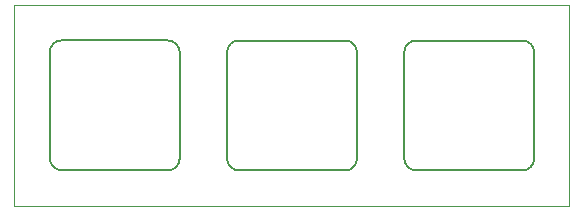
<source format=gko>
G04 Layer: BoardOutlineLayer*
G04 EasyEDA v6.5.39, 2024-01-10 14:02:24*
G04 e6309a9ae6df4a64a2b4a1025b6fbdcd,24315905b9734375b2ccc5c6aeea7757,10*
G04 Gerber Generator version 0.2*
G04 Scale: 100 percent, Rotated: No, Reflected: No *
G04 Dimensions in millimeters *
G04 leading zeros omitted , absolute positions ,4 integer and 5 decimal *
%FSLAX45Y45*%
%MOMM*%

%ADD10C,0.0508*%
%ADD11C,0.1270*%
D10*
X0Y0D02*
G01*
X0Y1700021D01*
X4700015Y1700021D01*
X4700015Y0D01*
X0Y0D01*
D11*
X3302241Y397903D02*
G01*
X3302241Y1297899D01*
X4302231Y297903D02*
G01*
X3402241Y297903D01*
X4402231Y1297899D02*
G01*
X4402231Y397903D01*
X3402241Y1397899D02*
G01*
X4302231Y1397899D01*
X1802241Y397903D02*
G01*
X1802241Y1297899D01*
X2802242Y297903D02*
G01*
X1902241Y297903D01*
X2902242Y1297899D02*
G01*
X2902242Y397903D01*
X1902241Y1397899D02*
G01*
X2802242Y1397899D01*
X301122Y398952D02*
G01*
X301122Y1298945D01*
X1301117Y298952D02*
G01*
X401121Y298952D01*
X1401117Y1298945D02*
G01*
X1401117Y398952D01*
X401121Y1398948D02*
G01*
X1301117Y1398948D01*
G75*
G01*
X3302239Y1297899D02*
G02*
X3402289Y1397823I98876J1049D01*
G75*
G01*
X4302237Y1397899D02*
G02*
X4402287Y1298001I89J-99962D01*
G75*
G01*
X4402237Y397901D02*
G02*
X4302211Y298003I-100206J307D01*
G75*
G01*
X3302239Y397901D02*
G03*
X3402289Y298003I102303J2409D01*
G75*
G01*
X1802242Y1297899D02*
G02*
X1902292Y1397823I98876J1049D01*
G75*
G01*
X2802240Y1397899D02*
G02*
X2902290Y1298001I89J-99962D01*
G75*
G01*
X2902240Y397901D02*
G02*
X2802214Y298003I-100206J307D01*
G75*
G01*
X1802242Y397901D02*
G03*
X1902292Y298003I102303J2409D01*
G75*
G01*
X301122Y398950D02*
G03*
X401173Y299052I102303J2409D01*
G75*
G01*
X1401120Y398950D02*
G02*
X1301095Y299052I-100205J307D01*
G75*
G01*
X1301120Y1398948D02*
G02*
X1401171Y1299050I89J-99961D01*
G75*
G01*
X301122Y1298948D02*
G02*
X401173Y1398872I98877J1049D01*

%LPD*%
M02*

</source>
